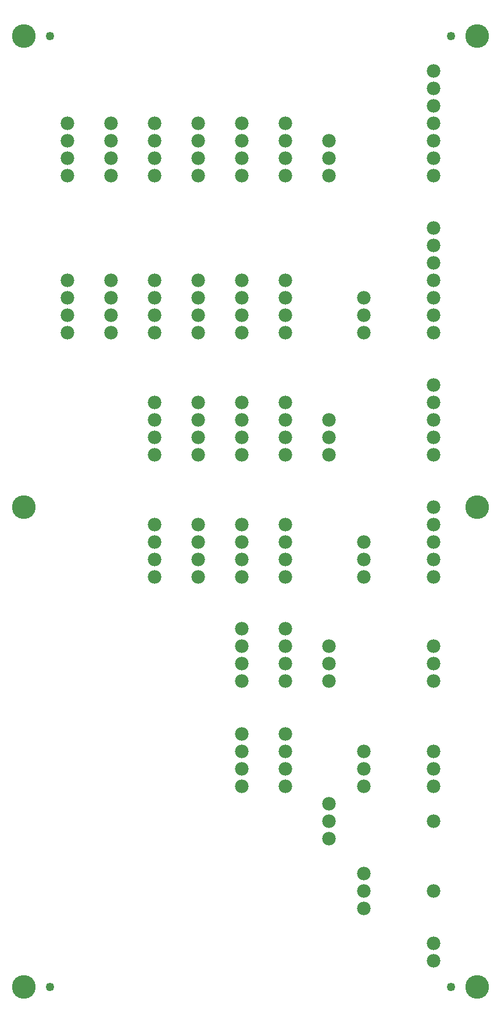
<source format=gts>
G04 MADE WITH FRITZING*
G04 WWW.FRITZING.ORG*
G04 DOUBLE SIDED*
G04 HOLES PLATED*
G04 CONTOUR ON CENTER OF CONTOUR VECTOR*
%ASAXBY*%
%FSLAX23Y23*%
%MOIN*%
%OFA0B0*%
%SFA1.0B1.0*%
%ADD10C,0.049370*%
%ADD11C,0.077559*%
%ADD12C,0.135984*%
%LNMASK1*%
G90*
G70*
G54D10*
X275Y118D03*
X2575Y118D03*
X275Y5568D03*
X2575Y5568D03*
G54D11*
X2475Y368D03*
X2475Y268D03*
X2075Y4068D03*
X2075Y3968D03*
X2075Y3868D03*
X1875Y4968D03*
X1875Y4868D03*
X1875Y4768D03*
X1375Y1568D03*
X1375Y1468D03*
X1375Y1368D03*
X1375Y1268D03*
X1625Y1568D03*
X1625Y1468D03*
X1625Y1368D03*
X1625Y1268D03*
X1626Y2169D03*
X1626Y2069D03*
X1626Y1969D03*
X1626Y1869D03*
X1376Y2169D03*
X1376Y2069D03*
X1376Y1969D03*
X1376Y1869D03*
X1125Y2768D03*
X1125Y2668D03*
X1125Y2568D03*
X1125Y2468D03*
X1625Y2768D03*
X1625Y2668D03*
X1625Y2568D03*
X1625Y2468D03*
X1375Y2768D03*
X1375Y2668D03*
X1375Y2568D03*
X1375Y2468D03*
X875Y2768D03*
X875Y2668D03*
X875Y2568D03*
X875Y2468D03*
X1625Y3468D03*
X1625Y3368D03*
X1625Y3268D03*
X1625Y3168D03*
X875Y3468D03*
X875Y3368D03*
X875Y3268D03*
X875Y3168D03*
X1125Y3468D03*
X1125Y3368D03*
X1125Y3268D03*
X1125Y3168D03*
X1375Y3468D03*
X1375Y3368D03*
X1375Y3268D03*
X1375Y3168D03*
X375Y4168D03*
X375Y4068D03*
X375Y3968D03*
X375Y3868D03*
X1625Y4168D03*
X1625Y4068D03*
X1625Y3968D03*
X1625Y3868D03*
X625Y4168D03*
X625Y4068D03*
X625Y3968D03*
X625Y3868D03*
X1375Y4168D03*
X1375Y4068D03*
X1375Y3968D03*
X1375Y3868D03*
X875Y4168D03*
X875Y4068D03*
X875Y3968D03*
X875Y3868D03*
X1125Y4168D03*
X1125Y4068D03*
X1125Y3968D03*
X1125Y3868D03*
X375Y5068D03*
X375Y4968D03*
X375Y4868D03*
X375Y4768D03*
X625Y5068D03*
X625Y4968D03*
X625Y4868D03*
X625Y4768D03*
X875Y5068D03*
X875Y4968D03*
X875Y4868D03*
X875Y4768D03*
X1125Y5068D03*
X1125Y4968D03*
X1125Y4868D03*
X1125Y4768D03*
X1375Y5068D03*
X1375Y4968D03*
X1375Y4868D03*
X1375Y4768D03*
X1625Y5068D03*
X1625Y4968D03*
X1625Y4868D03*
X1625Y4768D03*
X2475Y5368D03*
X2475Y5268D03*
X2475Y5168D03*
X2475Y5068D03*
X2475Y4968D03*
X2475Y4868D03*
X2475Y4768D03*
X2475Y1068D03*
X2475Y2868D03*
X2475Y2768D03*
X2475Y2668D03*
X2475Y2568D03*
X2475Y2468D03*
X2475Y4468D03*
X2475Y4368D03*
X2475Y4268D03*
X2475Y4168D03*
X2475Y4068D03*
X2475Y3968D03*
X2475Y3868D03*
X2475Y3568D03*
X2475Y3468D03*
X2475Y3368D03*
X2475Y3268D03*
X2475Y3168D03*
X2475Y1468D03*
X2475Y1368D03*
X2475Y1268D03*
X2475Y668D03*
X2476Y2069D03*
X2476Y1969D03*
X2476Y1869D03*
G54D12*
X125Y5568D03*
X2725Y2868D03*
X2725Y5568D03*
X125Y2868D03*
X125Y118D03*
X2725Y118D03*
G54D11*
X1875Y3368D03*
X1875Y3268D03*
X1875Y3168D03*
X2075Y2668D03*
X2075Y2568D03*
X2075Y2468D03*
X1876Y2069D03*
X1876Y1969D03*
X1876Y1869D03*
X2075Y1468D03*
X2075Y1368D03*
X2075Y1268D03*
X1875Y1168D03*
X1875Y1068D03*
X1875Y968D03*
X2075Y768D03*
X2075Y668D03*
X2075Y568D03*
G04 End of Mask1*
M02*
</source>
